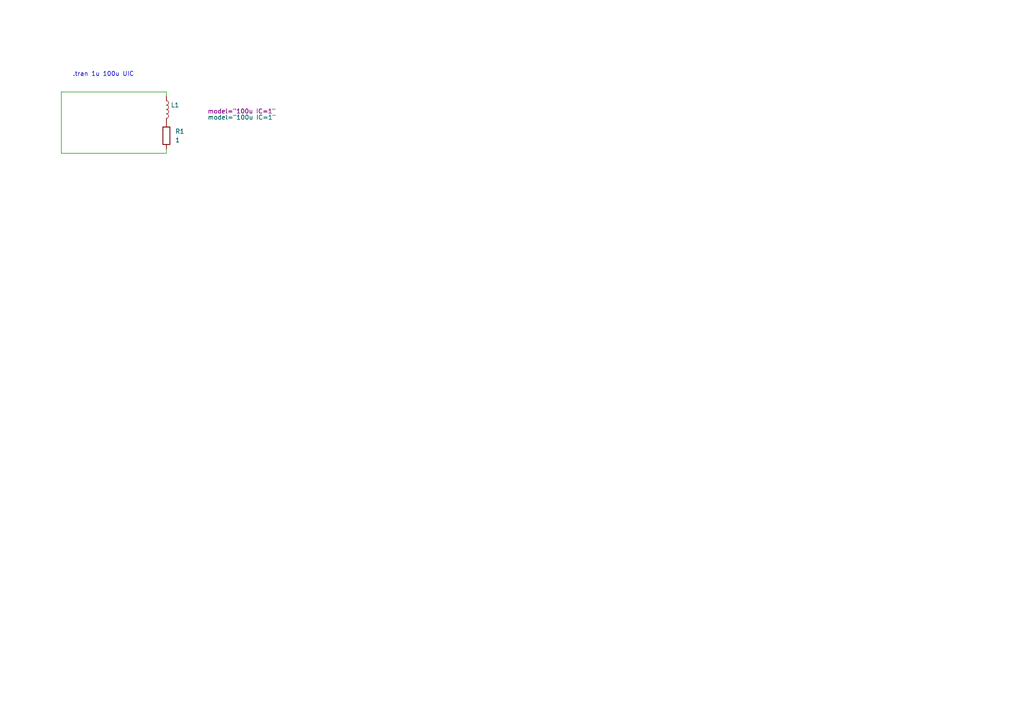
<source format=kicad_sch>
(kicad_sch (version 20250114) (generator "eeschema") (generator_version "9.0")
  (paper "A4")
  (lib_symbols
    (symbol "Device:L" (pin_numbers (hide yes)) (pin_names (offset 1.016) (hide yes))
      (property "Reference" "L" (at -1.27 0 90))
      (property "Value" "L" (at 1.905 0 90))
      (symbol "L_0_1"
        (arc (start 0 2.54) (mid 0.6323 1.905) (end 0 1.27))
        (arc (start 0 1.27) (mid 0.6323 0.635) (end 0 0))
        (arc (start 0 0) (mid 0.6323 -0.635) (end 0 -1.27))
        (arc (start 0 -1.27) (mid 0.6323 -1.905) (end 0 -2.54))
      )
      (symbol "L_1_1"
        (pin passive line (at 0 3.81 270) (length 1.27) (name "1") (number "1"))
        (pin passive line (at 0 -3.81 90) (length 1.27) (name "2") (number "2"))
      )
    )
    (symbol "Device:R" (pin_numbers (hide yes)) (pin_names (offset 0))
      (property "Reference" "R" (at 2.032 0 90))
      (property "Value" "R" (at 0 0 90))
      (symbol "R_0_1"
        (rectangle (start -1.016 -2.54) (end 1.016 2.54) (stroke (width 0.254)))
      )
      (symbol "R_1_1"
        (pin passive line (at 0 3.81 270) (length 1.27) (name "~") (number "1"))
        (pin passive line (at 0 -3.81 90) (length 1.27) (name "~") (number "2"))
      )
    )
  )
  (text ".tran 1u 100u UIC" (at 29.972 21.59 0) (effects (font (size 1.27 1.27))))
  (wire (pts (xy 17.78 44.45) (xy 48.26 44.45)))
  (wire (pts (xy 48.26 43.18) (xy 48.26 44.45)))
  (wire (pts (xy 17.78 26.67) (xy 48.26 26.67)))
  (wire (pts (xy 17.78 26.67) (xy 17.78 44.45)))
  (wire (pts (xy 48.26 26.67) (xy 48.26 27.94)))
  (symbol (lib_id "Device:L") (at 48.26 31.75 0) (unit 1)
    (property "Reference" "L1" (at 49.53 30.4799 0) (effects (justify left)))
    (property "Value" "${SIM.PARAMS}" (at 60.198 34.036 0) (effects (justify left)))
    (property "Description" "Inductor" (effects (hide yes)))
    (property "Sim.Device" "SPICE" (effects (hide yes)))
    (property "Sim.Params" "model=\"100u IC=1\"" (at 70.104 32.258 0))
  )
  (symbol (lib_id "Device:R") (at 48.26 39.37 0) (unit 1)
    (property "Reference" "R1" (at 50.8 38.0999 0) (effects (justify left)))
    (property "Value" "1" (at 50.8 40.6399 0) (effects (justify left)))
    (property "Description" "Resistor" (effects (hide yes)))
  )
)
</source>
